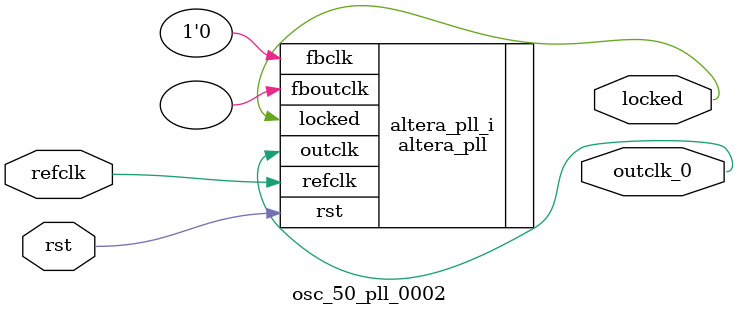
<source format=v>
`timescale 1ns/10ps
module  osc_50_pll_0002(

	// interface 'refclk'
	input wire refclk,

	// interface 'reset'
	input wire rst,

	// interface 'outclk0'
	output wire outclk_0,

	// interface 'locked'
	output wire locked
);

	altera_pll #(
		.fractional_vco_multiplier("false"),
		.reference_clock_frequency("50.0 MHz"),
		.operation_mode("direct"),
		.number_of_clocks(1),
		.output_clock_frequency0("50.000000 MHz"),
		.phase_shift0("0 ps"),
		.duty_cycle0(50),
		.output_clock_frequency1("0 MHz"),
		.phase_shift1("0 ps"),
		.duty_cycle1(50),
		.output_clock_frequency2("0 MHz"),
		.phase_shift2("0 ps"),
		.duty_cycle2(50),
		.output_clock_frequency3("0 MHz"),
		.phase_shift3("0 ps"),
		.duty_cycle3(50),
		.output_clock_frequency4("0 MHz"),
		.phase_shift4("0 ps"),
		.duty_cycle4(50),
		.output_clock_frequency5("0 MHz"),
		.phase_shift5("0 ps"),
		.duty_cycle5(50),
		.output_clock_frequency6("0 MHz"),
		.phase_shift6("0 ps"),
		.duty_cycle6(50),
		.output_clock_frequency7("0 MHz"),
		.phase_shift7("0 ps"),
		.duty_cycle7(50),
		.output_clock_frequency8("0 MHz"),
		.phase_shift8("0 ps"),
		.duty_cycle8(50),
		.output_clock_frequency9("0 MHz"),
		.phase_shift9("0 ps"),
		.duty_cycle9(50),
		.output_clock_frequency10("0 MHz"),
		.phase_shift10("0 ps"),
		.duty_cycle10(50),
		.output_clock_frequency11("0 MHz"),
		.phase_shift11("0 ps"),
		.duty_cycle11(50),
		.output_clock_frequency12("0 MHz"),
		.phase_shift12("0 ps"),
		.duty_cycle12(50),
		.output_clock_frequency13("0 MHz"),
		.phase_shift13("0 ps"),
		.duty_cycle13(50),
		.output_clock_frequency14("0 MHz"),
		.phase_shift14("0 ps"),
		.duty_cycle14(50),
		.output_clock_frequency15("0 MHz"),
		.phase_shift15("0 ps"),
		.duty_cycle15(50),
		.output_clock_frequency16("0 MHz"),
		.phase_shift16("0 ps"),
		.duty_cycle16(50),
		.output_clock_frequency17("0 MHz"),
		.phase_shift17("0 ps"),
		.duty_cycle17(50),
		.pll_type("General"),
		.pll_subtype("General")
	) altera_pll_i (
		.rst	(rst),
		.outclk	({outclk_0}),
		.locked	(locked),
		.fboutclk	( ),
		.fbclk	(1'b0),
		.refclk	(refclk)
	);
endmodule


</source>
